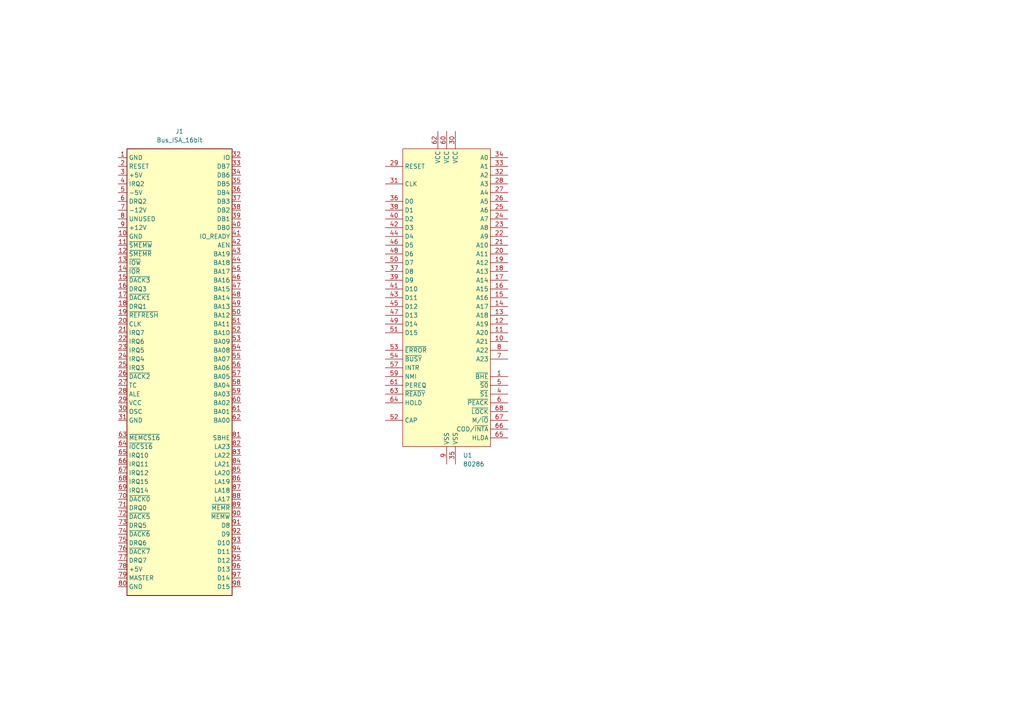
<source format=kicad_sch>
(kicad_sch (version 20231120) (generator "eeschema") (generator_version "8.0")
  (paper "A4")
  (lib_symbols
    (symbol "Connector:Bus_ISA_16bit"
      (property "Reference" "J" (at 0 67.945 0))
      (property "Value" "Bus_ISA_16bit" (at 0 -65.405 0))
      (symbol "Bus_ISA_16bit_0_1"
        (rectangle (start -15.24 -63.5) (end 15.24 66.04) (stroke (width 0.254)) (fill (type background)))
      )
      (symbol "Bus_ISA_16bit_1_1"
        (pin power_in line (at -17.78 63.5 0) (length 2.54) (name "GND") (number "1"))
        (pin power_in line (at -17.78 40.64 0) (length 2.54) (name "GND") (number "10"))
        (pin output line (at -17.78 38.1 0) (length 2.54) (name "~{SMEMW}") (number "11"))
        (pin output line (at -17.78 35.56 0) (length 2.54) (name "~{SMEMR}") (number "12"))
        (pin output line (at -17.78 33.02 0) (length 2.54) (name "~{IOW}") (number "13"))
        (pin output line (at -17.78 30.48 0) (length 2.54) (name "~{IOR}") (number "14"))
        (pin passive line (at -17.78 27.94 0) (length 2.54) (name "~{DACK3}") (number "15"))
        (pin passive line (at -17.78 25.4 0) (length 2.54) (name "DRQ3") (number "16"))
        (pin passive line (at -17.78 22.86 0) (length 2.54) (name "~{DACK1}") (number "17"))
        (pin passive line (at -17.78 20.32 0) (length 2.54) (name "DRQ1") (number "18"))
        (pin passive line (at -17.78 17.78 0) (length 2.54) (name "~{REFRESH}") (number "19"))
        (pin output line (at -17.78 60.96 0) (length 2.54) (name "RESET") (number "2"))
        (pin output line (at -17.78 15.24 0) (length 2.54) (name "CLK") (number "20"))
        (pin passive line (at -17.78 12.7 0) (length 2.54) (name "IRQ7") (number "21"))
        (pin passive line (at -17.78 10.16 0) (length 2.54) (name "IRQ6") (number "22"))
        (pin passive line (at -17.78 7.62 0) (length 2.54) (name "IRQ5") (number "23"))
        (pin passive line (at -17.78 5.08 0) (length 2.54) (name "IRQ4") (number "24"))
        (pin passive line (at -17.78 2.54 0) (length 2.54) (name "IRQ3") (number "25"))
        (pin passive line (at -17.78 0 0) (length 2.54) (name "~{DACK2}") (number "26"))
        (pin passive line (at -17.78 -2.54 0) (length 2.54) (name "TC") (number "27"))
        (pin output line (at -17.78 -5.08 0) (length 2.54) (name "ALE") (number "28"))
        (pin power_in line (at -17.78 -7.62 0) (length 2.54) (name "VCC") (number "29"))
        (pin power_in line (at -17.78 58.42 0) (length 2.54) (name "+5V") (number "3"))
        (pin output line (at -17.78 -10.16 0) (length 2.54) (name "OSC") (number "30"))
        (pin power_in line (at -17.78 -12.7 0) (length 2.54) (name "GND") (number "31"))
        (pin passive line (at 17.78 63.5 180) (length 2.54) (name "IO") (number "32"))
        (pin tri_state line (at 17.78 60.96 180) (length 2.54) (name "DB7") (number "33"))
        (pin tri_state line (at 17.78 58.42 180) (length 2.54) (name "DB6") (number "34"))
        (pin tri_state line (at 17.78 55.88 180) (length 2.54) (name "DB5") (number "35"))
        (pin tri_state line (at 17.78 53.34 180) (length 2.54) (name "DB4") (number "36"))
        (pin tri_state line (at 17.78 50.8 180) (length 2.54) (name "DB3") (number "37"))
        (pin tri_state line (at 17.78 48.26 180) (length 2.54) (name "DB2") (number "38"))
        (pin tri_state line (at 17.78 45.72 180) (length 2.54) (name "DB1") (number "39"))
        (pin passive line (at -17.78 55.88 0) (length 2.54) (name "IRQ2") (number "4"))
        (pin tri_state line (at 17.78 43.18 180) (length 2.54) (name "DB0") (number "40"))
        (pin passive line (at 17.78 40.64 180) (length 2.54) (name "IO_READY") (number "41"))
        (pin output line (at 17.78 38.1 180) (length 2.54) (name "AEN") (number "42"))
        (pin tri_state line (at 17.78 35.56 180) (length 2.54) (name "BA19") (number "43"))
        (pin tri_state line (at 17.78 33.02 180) (length 2.54) (name "BA18") (number "44"))
        (pin tri_state line (at 17.78 30.48 180) (length 2.54) (name "BA17") (number "45"))
        (pin tri_state line (at 17.78 27.94 180) (length 2.54) (name "BA16") (number "46"))
        (pin tri_state line (at 17.78 25.4 180) (length 2.54) (name "BA15") (number "47"))
        (pin tri_state line (at 17.78 22.86 180) (length 2.54) (name "BA14") (number "48"))
        (pin tri_state line (at 17.78 20.32 180) (length 2.54) (name "BA13") (number "49"))
        (pin power_in line (at -17.78 53.34 0) (length 2.54) (name "-5V") (number "5"))
        (pin tri_state line (at 17.78 17.78 180) (length 2.54) (name "BA12") (number "50"))
        (pin tri_state line (at 17.78 15.24 180) (length 2.54) (name "BA11") (number "51"))
        (pin tri_state line (at 17.78 12.7 180) (length 2.54) (name "BA10") (number "52"))
        (pin tri_state line (at 17.78 10.16 180) (length 2.54) (name "BA09") (number "53"))
        (pin tri_state line (at 17.78 7.62 180) (length 2.54) (name "BA08") (number "54"))
        (pin tri_state line (at 17.78 5.08 180) (length 2.54) (name "BA07") (number "55"))
        (pin tri_state line (at 17.78 2.54 180) (length 2.54) (name "BA06") (number "56"))
        (pin tri_state line (at 17.78 0 180) (length 2.54) (name "BA05") (number "57"))
        (pin tri_state line (at 17.78 -2.54 180) (length 2.54) (name "BA04") (number "58"))
        (pin tri_state line (at 17.78 -5.08 180) (length 2.54) (name "BA03") (number "59"))
        (pin passive line (at -17.78 50.8 0) (length 2.54) (name "DRQ2") (number "6"))
        (pin tri_state line (at 17.78 -7.62 180) (length 2.54) (name "BA02") (number "60"))
        (pin tri_state line (at 17.78 -10.16 180) (length 2.54) (name "BA01") (number "61"))
        (pin tri_state line (at 17.78 -12.7 180) (length 2.54) (name "BA00") (number "62"))
        (pin passive line (at -17.78 -17.78 0) (length 2.54) (name "~{MEMCS16}") (number "63"))
        (pin passive line (at -17.78 -20.32 0) (length 2.54) (name "~{IOCS16}") (number "64"))
        (pin passive line (at -17.78 -22.86 0) (length 2.54) (name "IRQ10") (number "65"))
        (pin passive line (at -17.78 -25.4 0) (length 2.54) (name "IRQ11") (number "66"))
        (pin passive line (at -17.78 -27.94 0) (length 2.54) (name "IRQ12") (number "67"))
        (pin passive line (at -17.78 -30.48 0) (length 2.54) (name "IRQ15") (number "68"))
        (pin passive line (at -17.78 -33.02 0) (length 2.54) (name "IRQ14") (number "69"))
        (pin power_in line (at -17.78 48.26 0) (length 2.54) (name "-12V") (number "7"))
        (pin output line (at -17.78 -35.56 0) (length 2.54) (name "~{DACK0}") (number "70"))
        (pin passive line (at -17.78 -38.1 0) (length 2.54) (name "DRQ0") (number "71"))
        (pin output line (at -17.78 -40.64 0) (length 2.54) (name "~{DACK5}") (number "72"))
        (pin passive line (at -17.78 -43.18 0) (length 2.54) (name "DRQ5") (number "73"))
        (pin output line (at -17.78 -45.72 0) (length 2.54) (name "~{DACK6}") (number "74"))
        (pin passive line (at -17.78 -48.26 0) (length 2.54) (name "DRQ6") (number "75"))
        (pin output line (at -17.78 -50.8 0) (length 2.54) (name "~{DACK7}") (number "76"))
        (pin passive line (at -17.78 -53.34 0) (length 2.54) (name "DRQ7") (number "77"))
        (pin power_in line (at -17.78 -55.88 0) (length 2.54) (name "+5V") (number "78"))
        (pin passive line (at -17.78 -58.42 0) (length 2.54) (name "MASTER") (number "79"))
        (pin passive line (at -17.78 45.72 0) (length 2.54) (name "UNUSED") (number "8"))
        (pin power_in line (at -17.78 -60.96 0) (length 2.54) (name "GND") (number "80"))
        (pin passive line (at 17.78 -17.78 180) (length 2.54) (name "SBHE") (number "81"))
        (pin passive line (at 17.78 -20.32 180) (length 2.54) (name "LA23") (number "82"))
        (pin passive line (at 17.78 -22.86 180) (length 2.54) (name "LA22") (number "83"))
        (pin passive line (at 17.78 -25.4 180) (length 2.54) (name "LA21") (number "84"))
        (pin passive line (at 17.78 -27.94 180) (length 2.54) (name "LA20") (number "85"))
        (pin passive line (at 17.78 -30.48 180) (length 2.54) (name "LA19") (number "86"))
        (pin passive line (at 17.78 -33.02 180) (length 2.54) (name "LA18") (number "87"))
        (pin passive line (at 17.78 -35.56 180) (length 2.54) (name "LA17") (number "88"))
        (pin output line (at 17.78 -38.1 180) (length 2.54) (name "~{MEMR}") (number "89"))
        (pin power_in line (at -17.78 43.18 0) (length 2.54) (name "+12V") (number "9"))
        (pin output line (at 17.78 -40.64 180) (length 2.54) (name "~{MEMW}") (number "90"))
        (pin tri_state line (at 17.78 -43.18 180) (length 2.54) (name "D8") (number "91"))
        (pin tri_state line (at 17.78 -45.72 180) (length 2.54) (name "D9") (number "92"))
        (pin tri_state line (at 17.78 -48.26 180) (length 2.54) (name "D10") (number "93"))
        (pin tri_state line (at 17.78 -50.8 180) (length 2.54) (name "D11") (number "94"))
        (pin tri_state line (at 17.78 -53.34 180) (length 2.54) (name "D12") (number "95"))
        (pin tri_state line (at 17.78 -55.88 180) (length 2.54) (name "D13") (number "96"))
        (pin tri_state line (at 17.78 -58.42 180) (length 2.54) (name "D14") (number "97"))
        (pin tri_state line (at 17.78 -60.96 180) (length 2.54) (name "D15") (number "98"))
      )
    )
    (symbol "pc-parts:80286"
      (property "Reference" "U" (at 0 0 0))
      (property "Value" "80286" (at 0 0 0))
      (symbol "80286_0_0"
        (pin output line (at 17.78 -22.86 180) (length 5.08) (name "~{BHE}") (number "1"))
        (pin output line (at 17.78 -12.7 180) (length 5.08) (name "A21") (number "10"))
        (pin output line (at 17.78 -10.16 180) (length 5.08) (name "A20") (number "11"))
        (pin output line (at 17.78 -7.62 180) (length 5.08) (name "A19") (number "12"))
        (pin output line (at 17.78 -5.08 180) (length 5.08) (name "A18") (number "13"))
        (pin output line (at 17.78 -2.54 180) (length 5.08) (name "A17") (number "14"))
        (pin output line (at 17.78 0 180) (length 5.08) (name "A16") (number "15"))
        (pin output line (at 17.78 2.54 180) (length 5.08) (name "A15") (number "16"))
        (pin output line (at 17.78 5.08 180) (length 5.08) (name "A14") (number "17"))
        (pin output line (at 17.78 7.62 180) (length 5.08) (name "A13") (number "18"))
        (pin output line (at 17.78 10.16 180) (length 5.08) (name "A12") (number "19"))
        (pin output line (at 17.78 12.7 180) (length 5.08) (name "A11") (number "20"))
        (pin output line (at 17.78 15.24 180) (length 5.08) (name "A10") (number "21"))
        (pin output line (at 17.78 17.78 180) (length 5.08) (name "A9") (number "22"))
        (pin output line (at 17.78 20.32 180) (length 5.08) (name "A8") (number "23"))
        (pin output line (at 17.78 22.86 180) (length 5.08) (name "A7") (number "24"))
        (pin output line (at 17.78 25.4 180) (length 5.08) (name "A6") (number "25"))
        (pin output line (at 17.78 27.94 180) (length 5.08) (name "A5") (number "26"))
        (pin output line (at 17.78 30.48 180) (length 5.08) (name "A4") (number "27"))
        (pin output line (at 17.78 33.02 180) (length 5.08) (name "A3") (number "28"))
        (pin input line (at -17.78 38.1 0) (length 5.08) (name "RESET") (number "29"))
        (pin power_in line (at 2.54 48.26 270) (length 5.08) (name "VCC") (number "30"))
        (pin input line (at -17.78 33.02 0) (length 5.08) (name "CLK") (number "31"))
        (pin output line (at 17.78 35.56 180) (length 5.08) (name "A2") (number "32"))
        (pin output line (at 17.78 38.1 180) (length 5.08) (name "A1") (number "33"))
        (pin output line (at 17.78 40.64 180) (length 5.08) (name "A0") (number "34"))
        (pin power_in line (at 2.54 -48.26 90) (length 5.08) (name "VSS") (number "35"))
        (pin bidirectional line (at -17.78 27.94 0) (length 5.08) (name "D0") (number "36"))
        (pin bidirectional line (at -17.78 7.62 0) (length 5.08) (name "D8") (number "37"))
        (pin bidirectional line (at -17.78 25.4 0) (length 5.08) (name "D1") (number "38"))
        (pin bidirectional line (at -17.78 5.08 0) (length 5.08) (name "D9") (number "39"))
        (pin output line (at 17.78 -27.94 180) (length 5.08) (name "~{S1}") (number "4"))
        (pin bidirectional line (at -17.78 22.86 0) (length 5.08) (name "D2") (number "40"))
        (pin bidirectional line (at -17.78 2.54 0) (length 5.08) (name "D10") (number "41"))
        (pin bidirectional line (at -17.78 20.32 0) (length 5.08) (name "D3") (number "42"))
        (pin bidirectional line (at -17.78 0 0) (length 5.08) (name "D11") (number "43"))
        (pin bidirectional line (at -17.78 17.78 0) (length 5.08) (name "D4") (number "44"))
        (pin bidirectional line (at -17.78 -2.54 0) (length 5.08) (name "D12") (number "45"))
        (pin bidirectional line (at -17.78 15.24 0) (length 5.08) (name "D5") (number "46"))
        (pin bidirectional line (at -17.78 -5.08 0) (length 5.08) (name "D13") (number "47"))
        (pin bidirectional line (at -17.78 12.7 0) (length 5.08) (name "D6") (number "48"))
        (pin bidirectional line (at -17.78 -7.62 0) (length 5.08) (name "D14") (number "49"))
        (pin output line (at 17.78 -25.4 180) (length 5.08) (name "~{S0}") (number "5"))
        (pin bidirectional line (at -17.78 10.16 0) (length 5.08) (name "D7") (number "50"))
        (pin bidirectional line (at -17.78 -10.16 0) (length 5.08) (name "D15") (number "51"))
        (pin passive line (at -17.78 -35.56 0) (length 5.08) (name "CAP") (number "52"))
        (pin input line (at -17.78 -15.24 0) (length 5.08) (name "~{ERROR}") (number "53"))
        (pin input line (at -17.78 -17.78 0) (length 5.08) (name "~{BUSY}") (number "54"))
        (pin input line (at -17.78 -20.32 0) (length 5.08) (name "INTR") (number "57"))
        (pin input line (at -17.78 -22.86 0) (length 5.08) (name "NMI") (number "59"))
        (pin output line (at 17.78 -30.48 180) (length 5.08) (name "~{PEACK}") (number "6"))
        (pin power_in line (at 0 48.26 270) (length 5.08) (name "VCC") (number "60"))
        (pin input line (at -17.78 -25.4 0) (length 5.08) (name "PEREQ") (number "61"))
        (pin power_in line (at -2.54 48.26 270) (length 5.08) (name "VCC") (number "62"))
        (pin input line (at -17.78 -27.94 0) (length 5.08) (name "~{READY}") (number "63"))
        (pin input line (at -17.78 -30.48 0) (length 5.08) (name "HOLD") (number "64"))
        (pin output line (at 17.78 -40.64 180) (length 5.08) (name "HLDA") (number "65"))
        (pin output line (at 17.78 -38.1 180) (length 5.08) (name "COD/~{INTA}") (number "66"))
        (pin output line (at 17.78 -35.56 180) (length 5.08) (name "M/~{IO}") (number "67"))
        (pin output line (at 17.78 -33.02 180) (length 5.08) (name "~{LOCK}") (number "68"))
        (pin output line (at 17.78 -17.78 180) (length 5.08) (name "A23") (number "7"))
        (pin output line (at 17.78 -15.24 180) (length 5.08) (name "A22") (number "8"))
        (pin power_in line (at 0 -48.26 90) (length 5.08) (name "VSS") (number "9"))
      )
      (symbol "80286_1_1"
        (rectangle (start -12.7 43.18) (end 12.7 -43.18) (fill (type background)))
      )
    )
  )
  (symbol (lib_id "pc-parts:80286") (at 129.54 86.36 0) (unit 1)
    (property "Reference" "U1" (at 134.2741 132.08 0) (effects (justify left)))
    (property "Value" "80286" (at 134.2741 134.62 0) (effects (justify left)))
    (property "Footprint" "Package_LCC:PLCC-68_THT-Socket" (effects (hide yes)))
  )
  (symbol (lib_id "Connector:Bus_ISA_16bit") (at 52.07 109.22 0) (unit 1)
    (property "Reference" "J1" (at 52.07 38.1 0))
    (property "Value" "Bus_ISA_16bit" (at 52.07 40.64 0))
    (property "Datasheet" "https://en.wikipedia.org/wiki/Industry_Standard_Architecture" (effects (hide yes)))
    (property "Description" "16-bit ISA-AT bus connector" (effects (hide yes)))
  )
)
</source>
